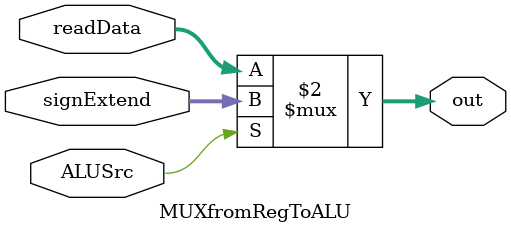
<source format=v>
`timescale 1ns / 1ps
module MUXfromRegToALU(
    input [7:0] readData,
    input [7:0] signExtend,
    input ALUSrc,
    output [7:0] out
    );
	 
	 assign out = (ALUSrc == 1'b0) ? readData : signExtend;



endmodule

</source>
